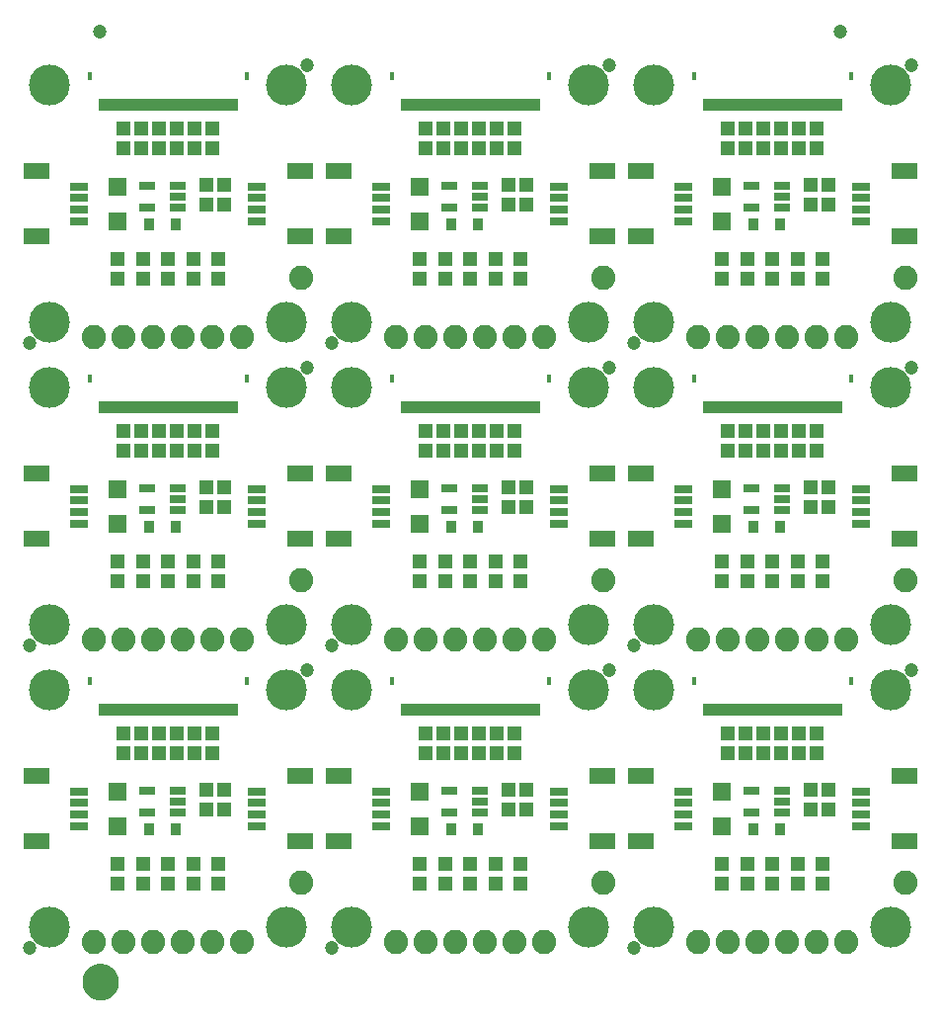
<source format=gts>
G75*
%MOIN*%
%OFA0B0*%
%FSLAX25Y25*%
%IPPOS*%
%LPD*%
%AMOC8*
5,1,8,0,0,1.08239X$1,22.5*
%
%ADD10R,0.04737X0.05131*%
%ADD11R,0.03280X0.04068*%
%ADD12C,0.04737*%
%ADD13R,0.08674X0.05524*%
%ADD14R,0.06115X0.03162*%
%ADD15R,0.05918X0.05918*%
%ADD16R,0.01981X0.03950*%
%ADD17R,0.01575X0.03150*%
%ADD18R,0.05524X0.02965*%
%ADD19C,0.08200*%
%ADD20C,0.13800*%
%ADD21C,0.05000*%
%ADD22C,0.06706*%
D10*
X0094144Y0053404D03*
X0094144Y0060096D03*
X0102644Y0060096D03*
X0102644Y0053404D03*
X0111144Y0053404D03*
X0111144Y0060096D03*
X0119644Y0060096D03*
X0119644Y0053404D03*
X0128144Y0053404D03*
X0128144Y0060096D03*
X0130144Y0078404D03*
X0124144Y0078404D03*
X0124144Y0085096D03*
X0130144Y0085096D03*
X0126144Y0097404D03*
X0120144Y0097404D03*
X0114144Y0097404D03*
X0108144Y0097404D03*
X0108144Y0104096D03*
X0114144Y0104096D03*
X0120144Y0104096D03*
X0126144Y0104096D03*
X0102144Y0104096D03*
X0096144Y0104096D03*
X0096144Y0097404D03*
X0102144Y0097404D03*
X0102644Y0155404D03*
X0094144Y0155404D03*
X0094144Y0162096D03*
X0102644Y0162096D03*
X0111144Y0162096D03*
X0111144Y0155404D03*
X0119644Y0155404D03*
X0119644Y0162096D03*
X0128144Y0162096D03*
X0128144Y0155404D03*
X0130144Y0180404D03*
X0124144Y0180404D03*
X0124144Y0187096D03*
X0130144Y0187096D03*
X0126144Y0199404D03*
X0120144Y0199404D03*
X0114144Y0199404D03*
X0108144Y0199404D03*
X0102144Y0199404D03*
X0096144Y0199404D03*
X0096144Y0206096D03*
X0102144Y0206096D03*
X0108144Y0206096D03*
X0114144Y0206096D03*
X0120144Y0206096D03*
X0126144Y0206096D03*
X0128144Y0257404D03*
X0128144Y0264096D03*
X0119644Y0264096D03*
X0119644Y0257404D03*
X0111144Y0257404D03*
X0111144Y0264096D03*
X0102644Y0264096D03*
X0102644Y0257404D03*
X0094144Y0257404D03*
X0094144Y0264096D03*
X0124144Y0282404D03*
X0130144Y0282404D03*
X0130144Y0289096D03*
X0124144Y0289096D03*
X0126144Y0301404D03*
X0120144Y0301404D03*
X0114144Y0301404D03*
X0108144Y0301404D03*
X0108144Y0308096D03*
X0114144Y0308096D03*
X0120144Y0308096D03*
X0126144Y0308096D03*
X0102144Y0308096D03*
X0096144Y0308096D03*
X0096144Y0301404D03*
X0102144Y0301404D03*
X0196144Y0264096D03*
X0196144Y0257404D03*
X0204644Y0257404D03*
X0204644Y0264096D03*
X0213144Y0264096D03*
X0213144Y0257404D03*
X0221644Y0257404D03*
X0221644Y0264096D03*
X0230144Y0264096D03*
X0230144Y0257404D03*
X0232144Y0282404D03*
X0226144Y0282404D03*
X0226144Y0289096D03*
X0232144Y0289096D03*
X0228144Y0301404D03*
X0222144Y0301404D03*
X0216144Y0301404D03*
X0216144Y0308096D03*
X0222144Y0308096D03*
X0228144Y0308096D03*
X0210144Y0308096D03*
X0204144Y0308096D03*
X0198144Y0308096D03*
X0198144Y0301404D03*
X0204144Y0301404D03*
X0210144Y0301404D03*
X0298144Y0264096D03*
X0298144Y0257404D03*
X0306644Y0257404D03*
X0306644Y0264096D03*
X0315144Y0264096D03*
X0315144Y0257404D03*
X0323644Y0257404D03*
X0323644Y0264096D03*
X0332144Y0264096D03*
X0332144Y0257404D03*
X0334144Y0282404D03*
X0328144Y0282404D03*
X0328144Y0289096D03*
X0334144Y0289096D03*
X0330144Y0301404D03*
X0324144Y0301404D03*
X0324144Y0308096D03*
X0330144Y0308096D03*
X0318144Y0308096D03*
X0312144Y0308096D03*
X0306144Y0308096D03*
X0300144Y0308096D03*
X0300144Y0301404D03*
X0306144Y0301404D03*
X0312144Y0301404D03*
X0318144Y0301404D03*
X0318144Y0206096D03*
X0312144Y0206096D03*
X0306144Y0206096D03*
X0300144Y0206096D03*
X0300144Y0199404D03*
X0306144Y0199404D03*
X0312144Y0199404D03*
X0318144Y0199404D03*
X0324144Y0199404D03*
X0330144Y0199404D03*
X0330144Y0206096D03*
X0324144Y0206096D03*
X0328144Y0187096D03*
X0334144Y0187096D03*
X0334144Y0180404D03*
X0328144Y0180404D03*
X0332144Y0162096D03*
X0323644Y0162096D03*
X0323644Y0155404D03*
X0332144Y0155404D03*
X0315144Y0155404D03*
X0315144Y0162096D03*
X0306644Y0162096D03*
X0306644Y0155404D03*
X0298144Y0155404D03*
X0298144Y0162096D03*
X0230144Y0162096D03*
X0230144Y0155404D03*
X0221644Y0155404D03*
X0221644Y0162096D03*
X0213144Y0162096D03*
X0213144Y0155404D03*
X0204644Y0155404D03*
X0204644Y0162096D03*
X0196144Y0162096D03*
X0196144Y0155404D03*
X0226144Y0180404D03*
X0232144Y0180404D03*
X0232144Y0187096D03*
X0226144Y0187096D03*
X0228144Y0199404D03*
X0222144Y0199404D03*
X0216144Y0199404D03*
X0210144Y0199404D03*
X0204144Y0199404D03*
X0198144Y0199404D03*
X0198144Y0206096D03*
X0204144Y0206096D03*
X0210144Y0206096D03*
X0216144Y0206096D03*
X0222144Y0206096D03*
X0228144Y0206096D03*
X0228144Y0104096D03*
X0222144Y0104096D03*
X0216144Y0104096D03*
X0216144Y0097404D03*
X0222144Y0097404D03*
X0228144Y0097404D03*
X0226144Y0085096D03*
X0232144Y0085096D03*
X0232144Y0078404D03*
X0226144Y0078404D03*
X0230144Y0060096D03*
X0230144Y0053404D03*
X0221644Y0053404D03*
X0221644Y0060096D03*
X0213144Y0060096D03*
X0213144Y0053404D03*
X0204644Y0053404D03*
X0204644Y0060096D03*
X0196144Y0060096D03*
X0196144Y0053404D03*
X0198144Y0097404D03*
X0204144Y0097404D03*
X0210144Y0097404D03*
X0210144Y0104096D03*
X0204144Y0104096D03*
X0198144Y0104096D03*
X0298144Y0060096D03*
X0298144Y0053404D03*
X0306644Y0053404D03*
X0306644Y0060096D03*
X0315144Y0060096D03*
X0315144Y0053404D03*
X0323644Y0053404D03*
X0323644Y0060096D03*
X0332144Y0060096D03*
X0332144Y0053404D03*
X0334144Y0078404D03*
X0328144Y0078404D03*
X0328144Y0085096D03*
X0334144Y0085096D03*
X0330144Y0097404D03*
X0324144Y0097404D03*
X0324144Y0104096D03*
X0330144Y0104096D03*
X0318144Y0104096D03*
X0312144Y0104096D03*
X0306144Y0104096D03*
X0300144Y0104096D03*
X0300144Y0097404D03*
X0306144Y0097404D03*
X0312144Y0097404D03*
X0318144Y0097404D03*
D11*
X0317671Y0071750D03*
X0308616Y0071750D03*
X0215671Y0071750D03*
X0206616Y0071750D03*
X0113671Y0071750D03*
X0104616Y0071750D03*
X0104616Y0173750D03*
X0113671Y0173750D03*
X0206616Y0173750D03*
X0215671Y0173750D03*
X0308616Y0173750D03*
X0317671Y0173750D03*
X0317671Y0275750D03*
X0308616Y0275750D03*
X0215671Y0275750D03*
X0206616Y0275750D03*
X0113671Y0275750D03*
X0104616Y0275750D03*
D12*
X0064269Y0031875D03*
X0166269Y0031875D03*
X0268269Y0031875D03*
X0260019Y0125625D03*
X0268269Y0133875D03*
X0362019Y0125625D03*
X0362019Y0227625D03*
X0268269Y0235875D03*
X0260019Y0227625D03*
X0166269Y0235875D03*
X0158019Y0227625D03*
X0064269Y0235875D03*
X0158019Y0329625D03*
X0088144Y0341000D03*
X0260019Y0329625D03*
X0338144Y0341000D03*
X0362019Y0329625D03*
X0166269Y0133875D03*
X0158019Y0125625D03*
X0064269Y0133875D03*
D13*
X0066675Y0169726D03*
X0066675Y0191774D03*
X0155612Y0191774D03*
X0168675Y0191774D03*
X0168675Y0169726D03*
X0155612Y0169726D03*
X0155612Y0089774D03*
X0168675Y0089774D03*
X0168675Y0067726D03*
X0155612Y0067726D03*
X0066675Y0067726D03*
X0066675Y0089774D03*
X0257612Y0089774D03*
X0270675Y0089774D03*
X0270675Y0067726D03*
X0257612Y0067726D03*
X0359612Y0067726D03*
X0359612Y0089774D03*
X0359612Y0169726D03*
X0359612Y0191774D03*
X0270675Y0191774D03*
X0257612Y0191774D03*
X0257612Y0169726D03*
X0270675Y0169726D03*
X0270675Y0271726D03*
X0257612Y0271726D03*
X0257612Y0293774D03*
X0270675Y0293774D03*
X0359612Y0293774D03*
X0359612Y0271726D03*
X0168675Y0271726D03*
X0155612Y0271726D03*
X0155612Y0293774D03*
X0168675Y0293774D03*
X0066675Y0293774D03*
X0066675Y0271726D03*
D14*
X0081144Y0276844D03*
X0081144Y0280781D03*
X0081144Y0284719D03*
X0081144Y0288656D03*
X0141144Y0288656D03*
X0141144Y0284719D03*
X0141144Y0280781D03*
X0141144Y0276844D03*
X0183144Y0276844D03*
X0183144Y0280781D03*
X0183144Y0284719D03*
X0183144Y0288656D03*
X0243144Y0288656D03*
X0243144Y0284719D03*
X0243144Y0280781D03*
X0243144Y0276844D03*
X0285144Y0276844D03*
X0285144Y0280781D03*
X0285144Y0284719D03*
X0285144Y0288656D03*
X0345144Y0288656D03*
X0345144Y0284719D03*
X0345144Y0280781D03*
X0345144Y0276844D03*
X0345144Y0186656D03*
X0345144Y0182719D03*
X0345144Y0178781D03*
X0345144Y0174844D03*
X0285144Y0174844D03*
X0285144Y0178781D03*
X0285144Y0182719D03*
X0285144Y0186656D03*
X0243144Y0186656D03*
X0243144Y0182719D03*
X0243144Y0178781D03*
X0243144Y0174844D03*
X0183144Y0174844D03*
X0183144Y0178781D03*
X0183144Y0182719D03*
X0183144Y0186656D03*
X0141144Y0186656D03*
X0141144Y0182719D03*
X0141144Y0178781D03*
X0141144Y0174844D03*
X0081144Y0174844D03*
X0081144Y0178781D03*
X0081144Y0182719D03*
X0081144Y0186656D03*
X0081144Y0084656D03*
X0081144Y0080719D03*
X0081144Y0076781D03*
X0081144Y0072844D03*
X0141144Y0072844D03*
X0141144Y0076781D03*
X0141144Y0080719D03*
X0141144Y0084656D03*
X0183144Y0084656D03*
X0183144Y0080719D03*
X0183144Y0076781D03*
X0183144Y0072844D03*
X0243144Y0072844D03*
X0243144Y0076781D03*
X0243144Y0080719D03*
X0243144Y0084656D03*
X0285144Y0084656D03*
X0285144Y0080719D03*
X0285144Y0076781D03*
X0285144Y0072844D03*
X0345144Y0072844D03*
X0345144Y0076781D03*
X0345144Y0080719D03*
X0345144Y0084656D03*
D15*
X0298144Y0084656D03*
X0298144Y0072844D03*
X0196144Y0072844D03*
X0196144Y0084656D03*
X0094144Y0084656D03*
X0094144Y0072844D03*
X0094144Y0174844D03*
X0094144Y0186656D03*
X0196144Y0186656D03*
X0196144Y0174844D03*
X0298144Y0174844D03*
X0298144Y0186656D03*
X0298144Y0276844D03*
X0298144Y0288656D03*
X0196144Y0288656D03*
X0196144Y0276844D03*
X0094144Y0276844D03*
X0094144Y0288656D03*
D16*
X0094411Y0316175D03*
X0092443Y0316175D03*
X0090474Y0316175D03*
X0088506Y0316175D03*
X0096380Y0316175D03*
X0098348Y0316175D03*
X0100317Y0316175D03*
X0102285Y0316175D03*
X0104254Y0316175D03*
X0106223Y0316175D03*
X0108191Y0316175D03*
X0110160Y0316175D03*
X0112128Y0316175D03*
X0114097Y0316175D03*
X0116065Y0316175D03*
X0118034Y0316175D03*
X0120002Y0316175D03*
X0121971Y0316175D03*
X0123939Y0316175D03*
X0125908Y0316175D03*
X0127876Y0316175D03*
X0129845Y0316175D03*
X0131813Y0316175D03*
X0133782Y0316175D03*
X0190506Y0316175D03*
X0192474Y0316175D03*
X0194443Y0316175D03*
X0196411Y0316175D03*
X0198380Y0316175D03*
X0200348Y0316175D03*
X0202317Y0316175D03*
X0204285Y0316175D03*
X0206254Y0316175D03*
X0208223Y0316175D03*
X0210191Y0316175D03*
X0212160Y0316175D03*
X0214128Y0316175D03*
X0216097Y0316175D03*
X0218065Y0316175D03*
X0220034Y0316175D03*
X0222002Y0316175D03*
X0223971Y0316175D03*
X0225939Y0316175D03*
X0227908Y0316175D03*
X0229876Y0316175D03*
X0231845Y0316175D03*
X0233813Y0316175D03*
X0235782Y0316175D03*
X0292506Y0316175D03*
X0294474Y0316175D03*
X0296443Y0316175D03*
X0298411Y0316175D03*
X0300380Y0316175D03*
X0302348Y0316175D03*
X0304317Y0316175D03*
X0306285Y0316175D03*
X0308254Y0316175D03*
X0310223Y0316175D03*
X0312191Y0316175D03*
X0314160Y0316175D03*
X0316128Y0316175D03*
X0318097Y0316175D03*
X0320065Y0316175D03*
X0322034Y0316175D03*
X0324002Y0316175D03*
X0325971Y0316175D03*
X0327939Y0316175D03*
X0329908Y0316175D03*
X0331876Y0316175D03*
X0333845Y0316175D03*
X0335813Y0316175D03*
X0337782Y0316175D03*
X0337782Y0214175D03*
X0335813Y0214175D03*
X0333845Y0214175D03*
X0331876Y0214175D03*
X0329908Y0214175D03*
X0327939Y0214175D03*
X0325971Y0214175D03*
X0324002Y0214175D03*
X0322034Y0214175D03*
X0320065Y0214175D03*
X0318097Y0214175D03*
X0316128Y0214175D03*
X0314160Y0214175D03*
X0312191Y0214175D03*
X0310223Y0214175D03*
X0308254Y0214175D03*
X0306285Y0214175D03*
X0304317Y0214175D03*
X0302348Y0214175D03*
X0300380Y0214175D03*
X0298411Y0214175D03*
X0296443Y0214175D03*
X0294474Y0214175D03*
X0292506Y0214175D03*
X0235782Y0214175D03*
X0233813Y0214175D03*
X0231845Y0214175D03*
X0229876Y0214175D03*
X0227908Y0214175D03*
X0225939Y0214175D03*
X0223971Y0214175D03*
X0222002Y0214175D03*
X0220034Y0214175D03*
X0218065Y0214175D03*
X0216097Y0214175D03*
X0214128Y0214175D03*
X0212160Y0214175D03*
X0210191Y0214175D03*
X0208223Y0214175D03*
X0206254Y0214175D03*
X0204285Y0214175D03*
X0202317Y0214175D03*
X0200348Y0214175D03*
X0198380Y0214175D03*
X0196411Y0214175D03*
X0194443Y0214175D03*
X0192474Y0214175D03*
X0190506Y0214175D03*
X0133782Y0214175D03*
X0131813Y0214175D03*
X0129845Y0214175D03*
X0127876Y0214175D03*
X0125908Y0214175D03*
X0123939Y0214175D03*
X0121971Y0214175D03*
X0120002Y0214175D03*
X0118034Y0214175D03*
X0116065Y0214175D03*
X0114097Y0214175D03*
X0112128Y0214175D03*
X0110160Y0214175D03*
X0108191Y0214175D03*
X0106223Y0214175D03*
X0104254Y0214175D03*
X0102285Y0214175D03*
X0100317Y0214175D03*
X0098348Y0214175D03*
X0096380Y0214175D03*
X0094411Y0214175D03*
X0092443Y0214175D03*
X0090474Y0214175D03*
X0088506Y0214175D03*
X0088506Y0112175D03*
X0090474Y0112175D03*
X0092443Y0112175D03*
X0094411Y0112175D03*
X0096380Y0112175D03*
X0098348Y0112175D03*
X0100317Y0112175D03*
X0102285Y0112175D03*
X0104254Y0112175D03*
X0106223Y0112175D03*
X0108191Y0112175D03*
X0110160Y0112175D03*
X0112128Y0112175D03*
X0114097Y0112175D03*
X0116065Y0112175D03*
X0118034Y0112175D03*
X0120002Y0112175D03*
X0121971Y0112175D03*
X0123939Y0112175D03*
X0125908Y0112175D03*
X0127876Y0112175D03*
X0129845Y0112175D03*
X0131813Y0112175D03*
X0133782Y0112175D03*
X0190506Y0112175D03*
X0192474Y0112175D03*
X0194443Y0112175D03*
X0196411Y0112175D03*
X0198380Y0112175D03*
X0200348Y0112175D03*
X0202317Y0112175D03*
X0204285Y0112175D03*
X0206254Y0112175D03*
X0208223Y0112175D03*
X0210191Y0112175D03*
X0212160Y0112175D03*
X0214128Y0112175D03*
X0216097Y0112175D03*
X0218065Y0112175D03*
X0220034Y0112175D03*
X0222002Y0112175D03*
X0223971Y0112175D03*
X0225939Y0112175D03*
X0227908Y0112175D03*
X0229876Y0112175D03*
X0231845Y0112175D03*
X0233813Y0112175D03*
X0235782Y0112175D03*
X0292506Y0112175D03*
X0294474Y0112175D03*
X0296443Y0112175D03*
X0298411Y0112175D03*
X0300380Y0112175D03*
X0302348Y0112175D03*
X0304317Y0112175D03*
X0306285Y0112175D03*
X0308254Y0112175D03*
X0310223Y0112175D03*
X0312191Y0112175D03*
X0314160Y0112175D03*
X0316128Y0112175D03*
X0318097Y0112175D03*
X0320065Y0112175D03*
X0322034Y0112175D03*
X0324002Y0112175D03*
X0325971Y0112175D03*
X0327939Y0112175D03*
X0329908Y0112175D03*
X0331876Y0112175D03*
X0333845Y0112175D03*
X0335813Y0112175D03*
X0337782Y0112175D03*
D17*
X0341719Y0122018D03*
X0288569Y0122018D03*
X0239719Y0122018D03*
X0186569Y0122018D03*
X0137719Y0122018D03*
X0084569Y0122018D03*
X0084569Y0224018D03*
X0137719Y0224018D03*
X0186569Y0224018D03*
X0239719Y0224018D03*
X0288569Y0224018D03*
X0341719Y0224018D03*
X0341719Y0326018D03*
X0288569Y0326018D03*
X0239719Y0326018D03*
X0186569Y0326018D03*
X0137719Y0326018D03*
X0084569Y0326018D03*
D18*
X0104025Y0288990D03*
X0104025Y0281510D03*
X0114262Y0281510D03*
X0114262Y0285250D03*
X0114262Y0288990D03*
X0206025Y0288990D03*
X0206025Y0281510D03*
X0216262Y0281510D03*
X0216262Y0285250D03*
X0216262Y0288990D03*
X0308025Y0288990D03*
X0308025Y0281510D03*
X0318262Y0281510D03*
X0318262Y0285250D03*
X0318262Y0288990D03*
X0318262Y0186990D03*
X0318262Y0183250D03*
X0318262Y0179510D03*
X0308025Y0179510D03*
X0308025Y0186990D03*
X0216262Y0186990D03*
X0216262Y0183250D03*
X0216262Y0179510D03*
X0206025Y0179510D03*
X0206025Y0186990D03*
X0114262Y0186990D03*
X0114262Y0183250D03*
X0114262Y0179510D03*
X0104025Y0179510D03*
X0104025Y0186990D03*
X0104025Y0084990D03*
X0104025Y0077510D03*
X0114262Y0077510D03*
X0114262Y0081250D03*
X0114262Y0084990D03*
X0206025Y0084990D03*
X0206025Y0077510D03*
X0216262Y0077510D03*
X0216262Y0081250D03*
X0216262Y0084990D03*
X0308025Y0084990D03*
X0308025Y0077510D03*
X0318262Y0077510D03*
X0318262Y0081250D03*
X0318262Y0084990D03*
D19*
X0360144Y0053750D03*
X0340144Y0033750D03*
X0330144Y0033750D03*
X0320144Y0033750D03*
X0310144Y0033750D03*
X0300144Y0033750D03*
X0290144Y0033750D03*
X0258144Y0053750D03*
X0238144Y0033750D03*
X0228144Y0033750D03*
X0218144Y0033750D03*
X0208144Y0033750D03*
X0198144Y0033750D03*
X0188144Y0033750D03*
X0156144Y0053750D03*
X0136144Y0033750D03*
X0126144Y0033750D03*
X0116144Y0033750D03*
X0106144Y0033750D03*
X0096144Y0033750D03*
X0086144Y0033750D03*
X0086144Y0135750D03*
X0096144Y0135750D03*
X0106144Y0135750D03*
X0116144Y0135750D03*
X0126144Y0135750D03*
X0136144Y0135750D03*
X0156144Y0155750D03*
X0188144Y0135750D03*
X0198144Y0135750D03*
X0208144Y0135750D03*
X0218144Y0135750D03*
X0228144Y0135750D03*
X0238144Y0135750D03*
X0258144Y0155750D03*
X0290144Y0135750D03*
X0300144Y0135750D03*
X0310144Y0135750D03*
X0320144Y0135750D03*
X0330144Y0135750D03*
X0340144Y0135750D03*
X0360144Y0155750D03*
X0340144Y0237750D03*
X0330144Y0237750D03*
X0320144Y0237750D03*
X0310144Y0237750D03*
X0300144Y0237750D03*
X0290144Y0237750D03*
X0258144Y0257750D03*
X0238144Y0237750D03*
X0228144Y0237750D03*
X0218144Y0237750D03*
X0208144Y0237750D03*
X0198144Y0237750D03*
X0188144Y0237750D03*
X0156144Y0257750D03*
X0136144Y0237750D03*
X0126144Y0237750D03*
X0116144Y0237750D03*
X0106144Y0237750D03*
X0096144Y0237750D03*
X0086144Y0237750D03*
X0360144Y0257750D03*
D20*
X0355144Y0242750D03*
X0355144Y0220750D03*
X0275144Y0220750D03*
X0253144Y0220750D03*
X0253144Y0242750D03*
X0275144Y0242750D03*
X0275144Y0322750D03*
X0253144Y0322750D03*
X0173144Y0322750D03*
X0151144Y0322750D03*
X0071144Y0322750D03*
X0071144Y0242750D03*
X0071144Y0220750D03*
X0151144Y0220750D03*
X0173144Y0220750D03*
X0173144Y0242750D03*
X0151144Y0242750D03*
X0151144Y0140750D03*
X0173144Y0140750D03*
X0173144Y0118750D03*
X0151144Y0118750D03*
X0071144Y0118750D03*
X0071144Y0140750D03*
X0071144Y0038750D03*
X0151144Y0038750D03*
X0173144Y0038750D03*
X0253144Y0038750D03*
X0275144Y0038750D03*
X0355144Y0038750D03*
X0355144Y0118750D03*
X0355144Y0140750D03*
X0275144Y0140750D03*
X0253144Y0140750D03*
X0253144Y0118750D03*
X0275144Y0118750D03*
X0355144Y0322750D03*
D21*
X0084579Y0020500D02*
X0084581Y0020619D01*
X0084587Y0020738D01*
X0084597Y0020857D01*
X0084611Y0020975D01*
X0084629Y0021093D01*
X0084650Y0021210D01*
X0084676Y0021326D01*
X0084706Y0021442D01*
X0084739Y0021556D01*
X0084776Y0021669D01*
X0084817Y0021781D01*
X0084862Y0021892D01*
X0084910Y0022001D01*
X0084962Y0022108D01*
X0085018Y0022213D01*
X0085077Y0022317D01*
X0085139Y0022418D01*
X0085205Y0022518D01*
X0085274Y0022615D01*
X0085346Y0022709D01*
X0085422Y0022802D01*
X0085500Y0022891D01*
X0085581Y0022978D01*
X0085666Y0023063D01*
X0085753Y0023144D01*
X0085842Y0023222D01*
X0085935Y0023298D01*
X0086029Y0023370D01*
X0086126Y0023439D01*
X0086226Y0023505D01*
X0086327Y0023567D01*
X0086431Y0023626D01*
X0086536Y0023682D01*
X0086643Y0023734D01*
X0086752Y0023782D01*
X0086863Y0023827D01*
X0086975Y0023868D01*
X0087088Y0023905D01*
X0087202Y0023938D01*
X0087318Y0023968D01*
X0087434Y0023994D01*
X0087551Y0024015D01*
X0087669Y0024033D01*
X0087787Y0024047D01*
X0087906Y0024057D01*
X0088025Y0024063D01*
X0088144Y0024065D01*
X0088263Y0024063D01*
X0088382Y0024057D01*
X0088501Y0024047D01*
X0088619Y0024033D01*
X0088737Y0024015D01*
X0088854Y0023994D01*
X0088970Y0023968D01*
X0089086Y0023938D01*
X0089200Y0023905D01*
X0089313Y0023868D01*
X0089425Y0023827D01*
X0089536Y0023782D01*
X0089645Y0023734D01*
X0089752Y0023682D01*
X0089857Y0023626D01*
X0089961Y0023567D01*
X0090062Y0023505D01*
X0090162Y0023439D01*
X0090259Y0023370D01*
X0090353Y0023298D01*
X0090446Y0023222D01*
X0090535Y0023144D01*
X0090622Y0023063D01*
X0090707Y0022978D01*
X0090788Y0022891D01*
X0090866Y0022802D01*
X0090942Y0022709D01*
X0091014Y0022615D01*
X0091083Y0022518D01*
X0091149Y0022418D01*
X0091211Y0022317D01*
X0091270Y0022213D01*
X0091326Y0022108D01*
X0091378Y0022001D01*
X0091426Y0021892D01*
X0091471Y0021781D01*
X0091512Y0021669D01*
X0091549Y0021556D01*
X0091582Y0021442D01*
X0091612Y0021326D01*
X0091638Y0021210D01*
X0091659Y0021093D01*
X0091677Y0020975D01*
X0091691Y0020857D01*
X0091701Y0020738D01*
X0091707Y0020619D01*
X0091709Y0020500D01*
X0091707Y0020381D01*
X0091701Y0020262D01*
X0091691Y0020143D01*
X0091677Y0020025D01*
X0091659Y0019907D01*
X0091638Y0019790D01*
X0091612Y0019674D01*
X0091582Y0019558D01*
X0091549Y0019444D01*
X0091512Y0019331D01*
X0091471Y0019219D01*
X0091426Y0019108D01*
X0091378Y0018999D01*
X0091326Y0018892D01*
X0091270Y0018787D01*
X0091211Y0018683D01*
X0091149Y0018582D01*
X0091083Y0018482D01*
X0091014Y0018385D01*
X0090942Y0018291D01*
X0090866Y0018198D01*
X0090788Y0018109D01*
X0090707Y0018022D01*
X0090622Y0017937D01*
X0090535Y0017856D01*
X0090446Y0017778D01*
X0090353Y0017702D01*
X0090259Y0017630D01*
X0090162Y0017561D01*
X0090062Y0017495D01*
X0089961Y0017433D01*
X0089857Y0017374D01*
X0089752Y0017318D01*
X0089645Y0017266D01*
X0089536Y0017218D01*
X0089425Y0017173D01*
X0089313Y0017132D01*
X0089200Y0017095D01*
X0089086Y0017062D01*
X0088970Y0017032D01*
X0088854Y0017006D01*
X0088737Y0016985D01*
X0088619Y0016967D01*
X0088501Y0016953D01*
X0088382Y0016943D01*
X0088263Y0016937D01*
X0088144Y0016935D01*
X0088025Y0016937D01*
X0087906Y0016943D01*
X0087787Y0016953D01*
X0087669Y0016967D01*
X0087551Y0016985D01*
X0087434Y0017006D01*
X0087318Y0017032D01*
X0087202Y0017062D01*
X0087088Y0017095D01*
X0086975Y0017132D01*
X0086863Y0017173D01*
X0086752Y0017218D01*
X0086643Y0017266D01*
X0086536Y0017318D01*
X0086431Y0017374D01*
X0086327Y0017433D01*
X0086226Y0017495D01*
X0086126Y0017561D01*
X0086029Y0017630D01*
X0085935Y0017702D01*
X0085842Y0017778D01*
X0085753Y0017856D01*
X0085666Y0017937D01*
X0085581Y0018022D01*
X0085500Y0018109D01*
X0085422Y0018198D01*
X0085346Y0018291D01*
X0085274Y0018385D01*
X0085205Y0018482D01*
X0085139Y0018582D01*
X0085077Y0018683D01*
X0085018Y0018787D01*
X0084962Y0018892D01*
X0084910Y0018999D01*
X0084862Y0019108D01*
X0084817Y0019219D01*
X0084776Y0019331D01*
X0084739Y0019444D01*
X0084706Y0019558D01*
X0084676Y0019674D01*
X0084650Y0019790D01*
X0084629Y0019907D01*
X0084611Y0020025D01*
X0084597Y0020143D01*
X0084587Y0020262D01*
X0084581Y0020381D01*
X0084579Y0020500D01*
D22*
X0088144Y0020500D03*
M02*

</source>
